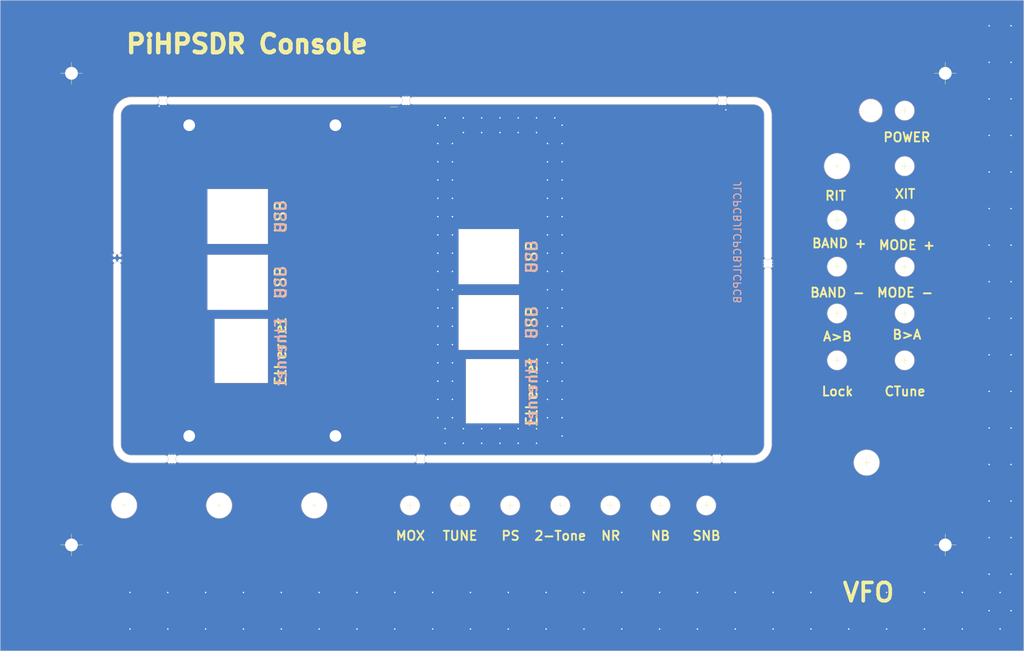
<source format=kicad_pcb>
(kicad_pcb (version 20221018) (generator pcbnew)
  (layers (0 "F.Cu" signal) (31 "B.Cu" signal) (34 "B.Paste" user) (35 "F.Paste" user) (36 "B.SilkS" user "B.Silkscreen") (37 "F.SilkS" user "F.Silkscreen") (38 "B.Mask" user) (39 "F.Mask" user) (44 "Edge.Cuts" user))
  (net 0 "")
  (net 1 "GND")
  (footprint "MountingHole:MountingHole_3.5mm_Pad" (layer "F.Cu") (at 277.8 38.8)
    (fp_text reference "H1" hide)
    (fp_text value "MountingHole_Pad")
    (pad "1" thru_hole circle (at 0 0) (size 7 7) (drill 3.5) (layers "*.Cu" "*.Mask") (net 1 "GND"))
  )
  (footprint "MountingHole:MountingHole_3.5mm_Pad" (layer "F.Cu") (at 38.8 167.8)
    (fp_text reference "H3" hide)
    (fp_text value "MountingHole_Pad")
    (pad "1" thru_hole circle (at 0 0) (size 7 7) (drill 3.5) (layers "*.Cu" "*.Mask") (net 1 "GND"))
  )
  (footprint "MountingHole:MountingHole_3.5mm_Pad" (layer "F.Cu") (at 277.8 167.8)
    (fp_text reference "H4" hide)
    (fp_text value "MountingHole_Pad")
    (pad "1" thru_hole circle (at 0 0) (size 7 7) (drill 3.5) (layers "*.Cu" "*.Mask") (net 1 "GND"))
  )
  (footprint "MountingHole:MountingHole_3.5mm_Pad" (layer "F.Cu") (at 38.8 38.8)
    (fp_text reference "H2" hide)
    (fp_text value "MountingHole_Pad")
    (pad "1" thru_hole circle (at 0 0) (size 7 7) (drill 3.5) (layers "*.Cu" "*.Mask") (net 1 "GND"))
  )
  (footprint "pihpsdr graphic:mouse-bite-2mm-slot" (layer "F.Cu") (at 63.8 46.3)
    (fp_text reference "mouse-bite-2mm-slot" hide)
    (fp_text value "VAL**" hide)
    (fp_arc (start -2 -1) (mid -1 0) (end -2 1) (stroke (width 0.15)) (layer "Edge.Cuts"))
    (fp_arc (start 2 1) (mid 1 0) (end 2 -1) (stroke (width 0.15)) (layer "Edge.Cuts"))
    (pad "" np_thru_hole circle (at -0.75 -0.75) (size 0.5 0.5) (drill 0.5) (layers "*.Cu" "*.Mask"))
    (pad "" np_thru_hole circle (at -0.75 0.75) (size 0.5 0.5) (drill 0.5) (layers "*.Cu" "*.Mask"))
    (pad "" np_thru_hole circle (at 0 -0.75) (size 0.5 0.5) (drill 0.5) (layers "*.Cu" "*.Mask"))
    (pad "" np_thru_hole circle (at 0 0.75) (size 0.5 0.5) (drill 0.5) (layers "*.Cu" "*.Mask"))
    (pad "" np_thru_hole circle (at 0.75 -0.75) (size 0.5 0.5) (drill 0.5) (layers "*.Cu" "*.Mask"))
    (pad "" np_thru_hole circle (at 0.75 0.75) (size 0.5 0.5) (drill 0.5) (layers "*.Cu" "*.Mask"))
  )
  (footprint "pihpsdr graphic:mouse-bite-2mm-slot" (layer "F.Cu") (at 216.8 46.3)
    (fp_text reference "mouse-bite-2mm-slot" hide)
    (fp_text value "VAL**" hide)
    (fp_arc (start -2 -1) (mid -1 0) (end -2 1) (stroke (width 0.15)) (layer "Edge.Cuts"))
    (fp_arc (start 2 1) (mid 1 0) (end 2 -1) (stroke (width 0.15)) (layer "Edge.Cuts"))
    (pad "" np_thru_hole circle (at -0.75 -0.75) (size 0.5 0.5) (drill 0.5) (layers "*.Cu" "*.Mask"))
    (pad "" np_thru_hole circle (at -0.75 0.75) (size 0.5 0.5) (drill 0.5) (layers "*.Cu" "*.Mask"))
    (pad "" np_thru_hole circle (at 0 -0.75) (size 0.5 0.5) (drill 0.5) (layers "*.Cu" "*.Mask"))
    (pad "" np_thru_hole circle (at 0 0.75) (size 0.5 0.5) (drill 0.5) (layers "*.Cu" "*.Mask"))
    (pad "" np_thru_hole circle (at 0.75 -0.75) (size 0.5 0.5) (drill 0.5) (layers "*.Cu" "*.Mask"))
    (pad "" np_thru_hole circle (at 0.75 0.75) (size 0.5 0.5) (drill 0.5) (layers "*.Cu" "*.Mask"))
  )
  (footprint "pihpsdr graphic:mouse-bite-2mm-slot" (layer "F.Cu") (at 130.3 46.3)
    (fp_text reference "mouse-bite-2mm-slot" hide)
    (fp_text value "VAL**" hide)
    (fp_arc (start -2 -1) (mid -1 0) (end -2 1) (stroke (width 0.15)) (layer "Edge.Cuts"))
    (fp_arc (start 2 1) (mid 1 0) (end 2 -1) (stroke (width 0.15)) (layer "Edge.Cuts"))
    (pad "" np_thru_hole circle (at -0.75 -0.75) (size 0.5 0.5) (drill 0.5) (layers "*.Cu" "*.Mask"))
    (pad "" np_thru_hole circle (at -0.75 0.75) (size 0.5 0.5) (drill 0.5) (layers "*.Cu" "*.Mask"))
    (pad "" np_thru_hole circle (at 0 -0.75) (size 0.5 0.5) (drill 0.5) (layers "*.Cu" "*.Mask"))
    (pad "" np_thru_hole circle (at 0 0.75) (size 0.5 0.5) (drill 0.5) (layers "*.Cu" "*.Mask"))
    (pad "" np_thru_hole circle (at 0.75 -0.75) (size 0.5 0.5) (drill 0.5) (layers "*.Cu" "*.Mask"))
    (pad "" np_thru_hole circle (at 0.75 0.75) (size 0.5 0.5) (drill 0.5) (layers "*.Cu" "*.Mask"))
  )
  (footprint "pihpsdr graphic:mouse-bite-2mm-slot" (layer "F.Cu") (at 134.3 144.3)
    (fp_text reference "mouse-bite-2mm-slot" hide)
    (fp_text value "VAL**" hide)
    (fp_arc (start -2 -1) (mid -1 0) (end -2 1) (stroke (width 0.15)) (layer "Edge.Cuts"))
    (fp_arc (start 2 1) (mid 1 0) (end 2 -1) (stroke (width 0.15)) (layer "Edge.Cuts"))
    (pad "" np_thru_hole circle (at -0.75 -0.75) (size 0.5 0.5) (drill 0.5) (layers "*.Cu" "*.Mask"))
    (pad "" np_thru_hole circle (at -0.75 0.75) (size 0.5 0.5) (drill 0.5) (layers "*.Cu" "*.Mask"))
    (pad "" np_thru_hole circle (at 0 -0.75) (size 0.5 0.5) (drill 0.5) (layers "*.Cu" "*.Mask"))
    (pad "" np_thru_hole circle (at 0 0.75) (size 0.5 0.5) (drill 0.5) (layers "*.Cu" "*.Mask"))
    (pad "" np_thru_hole circle (at 0.75 -0.75) (size 0.5 0.5) (drill 0.5) (layers "*.Cu" "*.Mask"))
    (pad "" np_thru_hole circle (at 0.75 0.75) (size 0.5 0.5) (drill 0.5) (layers "*.Cu" "*.Mask"))
  )
  (footprint "pihpsdr graphic:mouse-bite-2mm-slot" (layer "F.Cu") (at 66.3 144.3)
    (fp_text reference "mouse-bite-2mm-slot" hide)
    (fp_text value "VAL**" hide)
    (fp_arc (start -2 -1) (mid -1 0) (end -2 1) (stroke (width 0.15)) (layer "Edge.Cuts"))
    (fp_arc (start 2 1) (mid 1 0) (end 2 -1) (stroke (width 0.15)) (layer "Edge.Cuts"))
    (pad "" np_thru_hole circle (at -0.75 -0.75) (size 0.5 0.5) (drill 0.5) (layers "*.Cu" "*.Mask"))
    (pad "" np_thru_hole circle (at -0.75 0.75) (size 0.5 0.5) (drill 0.5) (layers "*.Cu" "*.Mask"))
    (pad "" np_thru_hole circle (at 0 -0.75) (size 0.5 0.5) (drill 0.5) (layers "*.Cu" "*.Mask"))
    (pad "" np_thru_hole circle (at 0 0.75) (size 0.5 0.5) (drill 0.5) (layers "*.Cu" "*.Mask"))
    (pad "" np_thru_hole circle (at 0.75 -0.75) (size 0.5 0.5) (drill 0.5) (layers "*.Cu" "*.Mask"))
    (pad "" np_thru_hole circle (at 0.75 0.75) (size 0.5 0.5) (drill 0.5) (layers "*.Cu" "*.Mask"))
  )
  (footprint "pihpsdr graphic:mouse-bite-2mm-slot" (layer "F.Cu") (at 215.3 144.3)
    (fp_text reference "mouse-bite-2mm-slot" hide)
    (fp_text value "VAL**" hide)
    (fp_arc (start -2 -1) (mid -1 0) (end -2 1) (stroke (width 0.15)) (layer "Edge.Cuts"))
    (fp_arc (start 2 1) (mid 1 0) (end 2 -1) (stroke (width 0.15)) (layer "Edge.Cuts"))
    (pad "" np_thru_hole circle (at -0.75 -0.75) (size 0.5 0.5) (drill 0.5) (layers "*.Cu" "*.Mask"))
    (pad "" np_thru_hole circle (at -0.75 0.75) (size 0.5 0.5) (drill 0.5) (layers "*.Cu" "*.Mask"))
    (pad "" np_thru_hole circle (at 0 -0.75) (size 0.5 0.5) (drill 0.5) (layers "*.Cu" "*.Mask"))
    (pad "" np_thru_hole circle (at 0 0.75) (size 0.5 0.5) (drill 0.5) (layers "*.Cu" "*.Mask"))
    (pad "" np_thru_hole circle (at 0.75 -0.75) (size 0.5 0.5) (drill 0.5) (layers "*.Cu" "*.Mask"))
    (pad "" np_thru_hole circle (at 0.75 0.75) (size 0.5 0.5) (drill 0.5) (layers "*.Cu" "*.Mask"))
  )
  (footprint "pihpsdr graphic:mouse-bite-2mm-slot" (layer "F.Cu") (at 229.3 90.8 90)
    (fp_text reference "mouse-bite-2mm-slot" hide)
    (fp_text value "VAL**" hide)
    (fp_arc (start -2 -1) (mid -1 0) (end -2 1) (stroke (width 0.15)) (layer "Edge.Cuts"))
    (fp_arc (start 2 1) (mid 1 0) (end 2 -1) (stroke (width 0.15)) (layer "Edge.Cuts"))
    (pad "" np_thru_hole circle (at -0.75 -0.75 90) (size 0.5 0.5) (drill 0.5) (layers "*.Cu" "*.Mask"))
    (pad "" np_thru_hole circle (at -0.75 0.75 90) (size 0.5 0.5) (drill 0.5) (layers "*.Cu" "*.Mask"))
    (pad "" np_thru_hole circle (at 0 -0.75 90) (size 0.5 0.5) (drill 0.5) (layers "*.Cu" "*.Mask"))
    (pad "" np_thru_hole circle (at 0 0.75 90) (size 0.5 0.5) (drill 0.5) (layers "*.Cu" "*.Mask"))
    (pad "" np_thru_hole circle (at 0.75 -0.75 90) (size 0.5 0.5) (drill 0.5) (layers "*.Cu" "*.Mask"))
    (pad "" np_thru_hole circle (at 0.75 0.75 90) (size 0.5 0.5) (drill 0.5) (layers "*.Cu" "*.Mask"))
  )
  (footprint "pihpsdr graphic:mouse-bite-2mm-slot" (layer "F.Cu") (at 51.3 89.3 90)
    (fp_text reference "mouse-bite-2mm-slot" hide)
    (fp_text value "VAL**" hide)
    (fp_arc (start -2 -1) (mid -1 0) (end -2 1) (stroke (width 0.15)) (layer "Edge.Cuts"))
    (fp_arc (start 2 1) (mid 1 0) (end 2 -1) (stroke (width 0.15)) (layer "Edge.Cuts"))
    (pad "" np_thru_hole circle (at -0.75 -0.75 90) (size 0.5 0.5) (drill 0.5) (layers "*.Cu" "*.Mask"))
    (pad "" np_thru_hole circle (at -0.75 0.75 90) (size 0.5 0.5) (drill 0.5) (layers "*.Cu" "*.Mask"))
    (pad "" np_thru_hole circle (at 0.75 -0.75 90) (size 0.5 0.5) (drill 0.5) (layers "*.Cu" "*.Mask"))
    (pad "" np_thru_hole circle (at 0.75 0.75 90) (size 0.5 0.5) (drill 0.5) (layers "*.Cu" "*.Mask"))
  )
  (footprint "MountingHole:MountingHole_3.2mm_M3_Pad" (layer "F.Cu") (at 71 53 90)
    (fp_text reference "H1" hide)
    (fp_text value "MountingHole_Pad")
    (pad "1" thru_hole circle (at 0 0 90) (size 6.4 6.4) (drill 3.2) (layers "*.Cu" "*.Mask") (net 1 "GND"))
  )
  (footprint "MountingHole:MountingHole_3.2mm_M3_Pad" (layer "F.Cu") (at 111 53 90)
    (fp_text reference "H2" hide)
    (fp_text value "MountingHole_Pad")
    (pad "1" thru_hole circle (at 0 0 90) (size 6.4 6.4) (drill 3.2) (layers "*.Cu" "*.Mask") (net 1 "GND"))
  )
  (footprint "MountingHole:MountingHole_3.2mm_M3_Pad" (layer "F.Cu") (at 111 138 90)
    (fp_text reference "H3" hide)
    (fp_text value "MountingHole_Pad")
    (pad "1" thru_hole circle (at 0 0 90) (size 6.4 6.4) (drill 3.2) (layers "*.Cu" "*.Mask") (net 1 "GND"))
  )
  (footprint "MountingHole:MountingHole_3.2mm_M3_Pad" (layer "F.Cu") (at 71 138 90)
    (fp_text reference "H4" hide)
    (fp_text value "MountingHole_Pad")
    (pad "1" thru_hole circle (at 0 0 90) (size 6.4 6.4) (drill 3.2) (layers "*.Cu" "*.Mask") (net 1 "GND"))
  )
  (gr_circle (center 257.43 49) (end 260.6 48.7) (stroke (width 0.12)) (fill none) (layer "B.SilkS"))
  (gr_line (start 41.8 167.8) (end 35.8 167.8) (stroke (width 0.12)) (layer "F.SilkS"))
  (gr_line (start 38.8 170.8) (end 38.8 164.8) (stroke (width 0.12)) (layer "F.SilkS"))
  (gr_line (start 38.8 41.8) (end 38.8 35.8) (stroke (width 0.12)) (layer "F.SilkS"))
  (gr_line (start 41.8 38.8) (end 35.8 38.8) (stroke (width 0.12)) (layer "F.SilkS"))
  (gr_line (start 266.7 48.1) (end 266.7 49.8) (stroke (width 0.12)) (layer "F.SilkS"))
  (gr_line (start 266.7 90.9) (end 266.7 92.5) (stroke (width 0.12)) (layer "F.SilkS"))
  (gr_line (start 265.9 117.3) (end 267.5 117.3) (stroke (width 0.12)) (layer "F.SilkS"))
  (gr_line (start 266.7 63.3) (end 266.7 65.1) (stroke (width 0.12)) (layer "F.SilkS"))
  (gr_line (start 187 157) (end 185.3 157) (stroke (width 0.12)) (layer "F.SilkS"))
  (gr_line (start 267.6 78.9) (end 265.8 78.9) (stroke (width 0.12)) (layer "F.SilkS"))
  (gr_line (start 277.8 41.8) (end 277.8 35.8) (stroke (width 0.12)) (layer "F.SilkS"))
  (gr_line (start 172.5 156.1) (end 172.5 157.8) (stroke (width 0.12)) (layer "F.SilkS"))
  (gr_line (start 173.4 157) (end 171.6 157) (stroke (width 0.12)) (layer "F.SilkS"))
  (gr_line (start 280.8 38.8) (end 274.8 38.8) (stroke (width 0.12)) (layer "F.SilkS"))
  (gr_line (start 104.7 157) (end 105.7 157) (stroke (width 0.12)) (layer "F.SilkS"))
  (gr_line (start 145.1 156.1) (end 145.1 157.8) (stroke (width 0.12)) (layer "F.SilkS"))
  (gr_line (start 248.2 78) (end 248.2 79.8) (stroke (width 0.12)) (layer "F.SilkS"))
  (gr_line (start 78.7 157) (end 79.7 157) (stroke (width 0.12)) (layer "F.SilkS"))
  (gr_line (start 146 157) (end 144.2 157) (stroke (width 0.12)) (layer "F.SilkS"))
  (gr_line (start 248.2 116.4) (end 248.2 118.1) (stroke (width 0.12)) (layer "F.SilkS"))
  (gr_line (start 52.7 157) (end 53.7 157) (stroke (width 0.12)) (layer "F.SilkS"))
  (gr_line (start 79.2 156.5) (end 79.2 157.5) (stroke (width 0.12)) (layer "F.SilkS"))
  (gr_line (start 265.9 104.5) (end 267.5 104.5) (stroke (width 0.12)) (layer "F.SilkS"))
  (gr_line (start 247.3 78.9) (end 249.1 78.9) (stroke (width 0.12)) (layer "F.SilkS"))
  (gr_line (start 248.2 90.8) (end 248.2 92.6) (stroke (width 0.12)) (layer "F.SilkS"))
  (gr_line (start 200.8 157) (end 199.1 157) (stroke (width 0.12)) (layer "F.SilkS"))
  (gr_line (start 257.3 145.3) (end 255.3 145.3) (stroke (width 0.12)) (layer "F.SilkS"))
  (gr_line (start 256.3 146.3) (end 256.3 143.8) (stroke (width 0.12)) (layer "F.SilkS"))
  (gr_line (start 247.7 64.2) (end 248.7 64.2) (stroke (width 0.12)) (layer "F.SilkS"))
  (gr_line (start 126 48) (end 128 48) (stroke (width 0.12)) (layer "F.SilkS"))
  (gr_line (start 53.2 156.5) (end 53.2 157.5) (stroke (width 0.12)) (layer "F.SilkS"))
  (gr_line (start 199.9 156.1) (end 199.9 157.9) (stroke (width 0.12)) (layer "F.SilkS"))
  (gr_line (start 266.7 78) (end 266.7 79.8) (stroke (width 0.12)) (layer "F.SilkS"))
  (gr_line (start 132.3 157) (end 130.5 157) (stroke (width 0.12)) (layer "F.SilkS"))
  (gr_line (start 265.8 49) (end 267.5 49) (stroke (width 0.12)) (layer "F.SilkS"))
  (gr_line (start 247.5 104.5) (end 248.9 104.5) (stroke (width 0.12)) (layer "F.SilkS"))
  (gr_line (start 186.2 156.1) (end 186.2 157.9) (stroke (width 0.12)) (layer "F.SilkS"))
  (gr_line (start 131.4 156.1) (end 131.4 157.9) (stroke (width 0.12)) (layer "F.SilkS"))
  (gr_line (start 105.2 156.5) (end 105.2 157.5) (stroke (width 0.12)) (layer "F.SilkS"))
  (gr_line (start 277.8 164.8) (end 277.8 170.8) (stroke (width 0.12)) (layer "F.SilkS"))
  (gr_line (start 267.6 64.2) (end 265.8 64.2) (stroke (width 0.12)) (layer "F.SilkS"))
  (gr_line (start 267.7 91.7) (end 265.7 91.7) (stroke (width 0.12)) (layer "F.SilkS"))
  (gr_line (start 266.7 116.5) (end 266.7 118.1) (stroke (width 0.12)) (layer "F.SilkS"))
  (gr_line (start 159.7 157) (end 157.9 157) (stroke (width 0.12)) (layer "F.SilkS"))
  (gr_line (start 274.8 167.8) (end 280.8 167.8) (stroke (width 0.12)) (layer "F.SilkS"))
  (gr_line (start 211.6 157) (end 213.2 157) (stroke (width 0.12)) (layer "F.SilkS"))
  (gr_line (start 248.2 103.6) (end 248.2 105.4) (stroke (width 0.12)) (layer "F.SilkS"))
  (gr_line (start 247.5 117.3) (end 248.9 117.3) (stroke (width 0.12)) (layer "F.SilkS"))
  (gr_line (start 266.7 105.3) (end 266.7 103.7) (stroke (width 0.12)) (layer "F.SilkS"))
  (gr_line (start 247.3 91.7) (end 249.1 91.7) (stroke (width 0.12)) (layer "F.SilkS"))
  (gr_line (start 158.8 156.1) (end 158.8 157.9) (stroke (width 0.12)) (layer "F.SilkS"))
  (gr_line (start 248.2 63.7) (end 248.2 64.7) (stroke (width 0.12)) (layer "F.SilkS"))
  (gr_line (start 212.4 157.8) (end 212.4 156.1) (stroke (width 0.12)) (layer "F.SilkS"))
  (gr_line (start 19.3 18.8) (end 19.3 196.8) (stroke (width 0.1)) (layer "Edge.Cuts"))
  (gr_line (start 218.8 45.3) (end 225.3 45.3) (stroke (width 0.15)) (layer "Edge.Cuts"))
  (gr_line (start 230.3 92.8) (end 230.3 140.3) (stroke (width 0.15)) (layer "Edge.Cuts"))
  (gr_line (start 50.3 87.3) (end 50.3 50.3) (stroke (width 0.15)) (layer "Edge.Cuts"))
  (gr_line (start 61.8 45.3) (end 55.3 45.3) (stroke (width 0.15)) (layer "Edge.Cuts"))
  (gr_arc (start 55.3 143.3) (mid 53.17868 142.42132) (end 52.3 140.3) (stroke (width 0.15)) (layer "Edge.Cuts"))
  (gr_arc (start 228.3 140.3) (mid 227.42132 142.42132) (end 225.3 143.3) (stroke (width 0.15)) (layer "Edge.Cuts"))
  (gr_arc (start 225.3 47.3) (mid 227.42132 48.17868) (end 228.3 50.3) (stroke (width 0.15)) (layer "Edge.Cuts"))
  (gr_line (start 64.3 143.3) (end 55.3 143.3) (stroke (width 0.15)) (layer "Edge.Cuts"))
  (gr_line (start 161.2 81.46) (end 161.2 96.46) (stroke (width 0.05)) (layer "Edge.Cuts"))
  (gr_line (start 161.2 117) (end 161.2 134.5) (stroke (width 0.05)) (layer "Edge.Cuts"))
  (gr_line (start 144.7 114.46) (end 144.7 99.46) (stroke (width 0.05)) (layer "Edge.Cuts"))
  (gr_line (start 161.2 114.46) (end 144.7 114.46) (stroke (width 0.05)) (layer "Edge.Cuts"))
  (gr_line (start 144.7 96.46) (end 144.7 81.46) (stroke (width 0.05)) (layer "Edge.Cuts"))
  (gr_line (start 161.2 134.5) (end 146.7 134.5) (stroke (width 0.05)) (layer "Edge.Cuts"))
  (gr_line (start 144.7 99.46) (end 161.2 99.46) (stroke (width 0.05)) (layer "Edge.Cuts"))
  (gr_line (start 161.2 99.46) (end 161.2 114.46) (stroke (width 0.05)) (layer "Edge.Cuts"))
  (gr_line (start 144.7 81.46) (end 161.2 81.46) (stroke (width 0.05)) (layer "Edge.Cuts"))
  (gr_line (start 146.7 134.5) (end 146.7 117) (stroke (width 0.05)) (layer "Edge.Cuts"))
  (gr_line (start 146.7 117) (end 161.2 117) (stroke (width 0.05)) (layer "Edge.Cuts"))
  (gr_line (start 161.2 96.46) (end 144.7 96.46) (stroke (width 0.05)) (layer "Edge.Cuts"))
  (gr_line (start 225.3 143.3) (end 217.3 143.3) (stroke (width 0.15)) (layer "Edge.Cuts"))
  (gr_line (start 76 88.46) (end 92.5 88.46) (stroke (width 0.05)) (layer "Edge.Cuts"))
  (gr_line (start 225.3 47.3) (end 218.8 47.3) (stroke (width 0.15)) (layer "Edge.Cuts"))
  (gr_line (start 76 103.46) (end 76 88.46) (stroke (width 0.05)) (layer "Edge.Cuts"))
  (gr_circle (center 266.7 64.2) (end 269.35 64.2) (stroke (width 0.12)) (fill none) (layer "Edge.Cuts"))
  (gr_line (start 132.3 45.3) (end 214.8 45.3) (stroke (width 0.15)) (layer "Edge.Cuts"))
  (gr_arc (start 52.3 50.3) (mid 53.17868 48.17868) (end 55.3 47.3) (stroke (width 0.15)) (layer "Edge.Cuts"))
  (gr_line (start 50.3 140.3) (end 50.3 91.3) (stroke (width 0.15)) (layer "Edge.Cuts"))
  (gr_arc (start 55.3 145.3) (mid 51.764466 143.835534) (end 50.3 140.3) (stroke (width 0.15)) (layer "Edge.Cuts"))
  (gr_circle (center 266.7 117.3) (end 269.35 117.3) (stroke (width 0.12)) (fill none) (layer "Edge.Cuts"))
  (gr_line (start 230.3 50.3) (end 230.3 88.8) (stroke (width 0.15)) (layer "Edge.Cuts"))
  (gr_circle (center 248.2 117.3) (end 250.85 117.3) (stroke (width 0.12)) (fill none) (layer "Edge.Cuts"))
  (gr_line (start 213.3 143.3) (end 136.3 143.3) (stroke (width 0.15)) (layer "Edge.Cuts"))
  (gr_arc (start 225.3 45.3) (mid 228.835534 46.764466) (end 230.3 50.3) (stroke (width 0.15)) (layer "Edge.Cuts"))
  (gr_circle (center 266.7 91.7) (end 269.35 91.7) (stroke (width 0.12)) (fill none) (layer "Edge.Cuts"))
  (gr_circle (center 266.7 104.5) (end 269.35 104.5) (stroke (width 0.12)) (fill none) (layer "Edge.Cuts"))
  (gr_line (start 92.5 123.5) (end 78 123.5) (stroke (width 0.05)) (layer "Edge.Cuts"))
  (gr_line (start 228.3 140.3) (end 228.3 92.8) (stroke (width 0.15)) (layer "Edge.Cuts"))
  (gr_circle (center 248.2 91.7) (end 250.85 91.7) (stroke (width 0.12)) (fill none) (layer "Edge.Cuts"))
  (gr_circle (center 131.4 157) (end 134.05 157) (stroke (width 0.12)) (fill none) (layer "Edge.Cuts"))
  (gr_circle (center 199.9 157) (end 202.55 157) (stroke (width 0.12)) (fill none) (layer "Edge.Cuts"))
  (gr_line (start 92.5 70.46) (end 92.5 85.46) (stroke (width 0.05)) (layer "Edge.Cuts"))
  (gr_line (start 68.3 145.3) (end 132.3 145.3) (stroke (width 0.15)) (layer "Edge.Cuts"))
  (gr_circle (center 79.2 157) (end 82.7 157) (stroke (width 0.12)) (fill none) (layer "Edge.Cuts"))
  (gr_arc (start 50.3 50.3) (mid 51.764466 46.764466) (end 55.3 45.3) (stroke (width 0.15)) (layer "Edge.Cuts"))
  (gr_line (start 92.5 106) (end 92.5 123.5) (stroke (width 0.05)) (layer "Edge.Cuts"))
  (gr_line (start 61.8 47.3) (end 55.3 47.3) (stroke (width 0.15)) (layer "Edge.Cuts"))
  (gr_circle (center 172.5 157) (end 175.15 157) (stroke (width 0.12)) (fill none) (layer "Edge.Cuts"))
  (gr_line (start 92.5 103.46) (end 76 103.46) (stroke (width 0.05)) (layer "Edge.Cuts"))
  (gr_circle (center 212.4 157) (end 215.05 157) (stroke (width 0.12)) (fill none) (layer "Edge.Cuts"))
  (gr_line (start 52.3 140.3) (end 52.3 91.3) (stroke (width 0.15)) (layer "Edge.Cuts"))
  (gr_line (start 78 123.5) (end 78 106) (stroke (width 0.05)) (layer "Edge.Cuts"))
  (gr_circle (center 248.2 104.5) (end 250.85 104.5) (stroke (width 0.12)) (fill none) (layer "Edge.Cuts"))
  (gr_line (start 76 70.46) (end 92.5 70.46) (stroke (width 0.05)) (layer "Edge.Cuts"))
  (gr_circle (center 248.2 78.9) (end 250.85 78.9) (stroke (width 0.12)) (fill none) (layer "Edge.Cuts"))
  (gr_circle (center 145.1 157) (end 147.75 157) (stroke (width 0.12)) (fill none) (layer "Edge.Cuts"))
  (gr_line (start 213.3 145.3) (end 136.3 145.3) (stroke (width 0.15)) (layer "Edge.Cuts"))
  (gr_line (start 228.3 50.3) (end 228.3 88.8) (stroke (width 0.15)) (layer "Edge.Cuts"))
  (gr_line (start 225.3 145.3) (end 217.3 145.3) (stroke (width 0.15)) (layer "Edge.Cuts"))
  (gr_line (start 299.3 18.8) (end 19.3 18.8) (stroke (width 0.1)) (layer "Edge.Cuts"))
  (gr_line (start 65.8 47.3) (end 128.3 47.3) (stroke (width 0.15)) (layer "Edge.Cuts"))
  (gr_circle (center 186.2 157) (end 188.85 157) (stroke (width 0.12)) (fill none) (layer "Edge.Cuts"))
  (gr_line (start 92.5 85.46) (end 76 85.46) (stroke (width 0.05)) (layer "Edge.Cuts"))
  (gr_line (start 76 85.46) (end 76 70.46) (stroke (width 0.05)) (layer "Edge.Cuts"))
  (gr_line (start 65.8 45.3) (end 128.3 45.3) (stroke (width 0.15)) (layer "Edge.Cuts"))
  (gr_arc (start 230.3 140.3) (mid 228.835534 143.835534) (end 225.3 145.3) (stroke (width 0.15)) (layer "Edge.Cuts"))
  (gr_circle (center 266.7 49) (end 269.35 49) (stroke (width 0.12)) (fill none) (layer "Edge.Cuts"))
  (gr_line (start 52.3 87.3) (end 52.3 50.3) (stroke (width 0.15)) (layer "Edge.Cuts"))
  (gr_line (start 132.3 47.3) (end 214.8 47.3) (stroke (width 0.15)) (layer "Edge.Cuts"))
  (gr_circle (center 256.3 145.3) (end 259.8 145.3) (stroke (width 0.12)) (fill none) (layer "Edge.Cuts"))
  (gr_line (start 55.3 145.3) (end 64.3 145.3) (stroke (width 0.15)) (layer "Edge.Cuts"))
  (gr_line (start 78 106) (end 92.5 106) (stroke (width 0.05)) (layer "Edge.Cuts"))
  (gr_circle (center 266.7 78.9) (end 269.35 78.9) (stroke (width 0.12)) (fill none) (layer "Edge.Cuts"))
  (gr_circle (center 158.8 157) (end 161.45 157) (stroke (width 0.12)) (fill none) (layer "Edge.Cuts"))
  (gr_circle (center 53.2 157) (end 56.7 157) (stroke (width 0.12)) (fill none) (layer "Edge.Cuts"))
  (gr_line (start 92.5 88.46) (end 92.5 103.46) (stroke (width 0.05)) (layer "Edge.Cuts"))
  (gr_circle (center 248.2 64.2) (end 251.7 64.2) (stroke (width 0.12)) (fill none) (layer "Edge.Cuts"))
  (gr_line (start 299.3 196.8) (end 299.3 18.8) (stroke (width 0.1)) (layer "Edge.Cuts"))
  (gr_circle (center 105.2 157) (end 108.7 157) (stroke (width 0.12)) (fill none) (layer "Edge.Cuts"))
  (gr_line (start 19.3 196.8) (end 299.3 196.8) (stroke (width 0.1)) (layer "Edge.Cuts"))
  (gr_line (start 132.3 143.3) (end 68.3 143.3) (stroke (width 0.15)) (layer "Edge.Cuts"))
  (gr_text "Ethernet" (at 164.7 126 90) (layer "B.SilkS") (effects (font (size 3 3) (thickness 0.5)) (justify mirror)))
  (gr_text "USB\n" (at 164.7 89 90) (layer "B.SilkS") (effects (font (size 3 3) (thickness 0.5)) (justify mirror)))
  (gr_text "USB\n" (at 164.7 107 90) (layer "B.SilkS") (effects (font (size 3 3) (thickness 0.5)) (justify mirror)))
  (gr_text "USB\n" (at 96.1 96 90) (layer "B.SilkS") (effects (font (size 3 3) (thickness 0.5)) (justify mirror)))
  (gr_text "USB\n" (at 96.1 78 90) (layer "B.SilkS") (effects (font (size 3 3) (thickness 0.5)) (justify mirror)))
  (gr_text "Ethernet" (at 96.1 115 90) (layer "B.SilkS") (effects (font (size 3 3) (thickness 0.5)) (justify mirror)))
  (gr_text "JLCPCBJLCPCBJLCPCB" (at 221 85 90) (layer "B.SilkS") (effects (font (size 2 2) (thickness 0.3)) (justify mirror)))
  (gr_text "POWER" (at 267.3 56.3) (layer "F.SilkS") (effects (font (size 2.5 2.5) (thickness 0.5))))
  (gr_text "PS\n" (at 158.9 165.3) (layer "F.SilkS") (effects (font (size 2.5 2.5) (thickness 0.5))))
  (gr_text "PiHPSDR Console" (at 86.8 30.8) (layer "F.SilkS") (effects (font (size 5 5) (thickness 1.2))))
  (gr_text "Ethernet" (at 164.7 126 90) (layer "F.SilkS") (effects (font (size 3 3) (thickness 0.5))))
  (gr_text "USB\n" (at 164.7 107 90) (layer "F.SilkS") (effects (font (size 3 3) (thickness 0.5))))
  (gr_text "USB\n" (at 164.7 89 90) (layer "F.SilkS") (effects (font (size 3 3) (thickness 0.5))))
  (gr_text "USB\n" (at 96 96 90) (layer "F.SilkS") (effects (font (size 3 3) (thickness 0.5))))
  (gr_text "BAND -" (at 248.3 98.8) (layer "F.SilkS") (effects (font (size 2.5 2.5) (thickness 0.5))))
  (gr_text "VFO\n" (at 256.8 180.8) (layer "F.SilkS") (effects (font (size 5 5) (thickness 1))))
  (gr_text "RIT" (at 247.8 72.3) (layer "F.SilkS") (effects (font (size 2.5 2.5) (thickness 0.5))))
  (gr_text "CTune" (at 266.8 125.8) (layer "F.SilkS") (effects (font (size 2.5 2.5) (thickness 0.5))))
  (gr_text "A>B" (at 248.3 110.8) (layer "F.SilkS") (effects (font (size 2.5 2.5) (thickness 0.5))))
  (gr_text "MODE -" (at 266.8 98.8) (layer "F.SilkS") (effects (font (size 2.5 2.5) (thickness 0.5))))
  (gr_text "SNB\n" (at 212.5 165.3) (layer "F.SilkS") (effects (font (size 2.5 2.5) (thickness 0.5))))
  (gr_text "Ethernet" (at 96 115 90) (layer "F.SilkS") (effects (font (size 3 3) (thickness 0.5))))
  (gr_text "BAND +" (at 248.8 85.3) (layer "F.SilkS") (effects (font (size 2.5 2.5) (thickness 0.5))))
  (gr_text "XIT" (at 266.8 71.8) (layer "F.SilkS") (effects (font (size 2.5 2.5) (thickness 0.5))))
  (gr_text "TUNE\n" (at 145.1 165.3) (layer "F.SilkS") (effects (font (size 2.5 2.5) (thickness 0.5))))
  (gr_text "NR\n" (at 186.3 165.3) (layer "F.SilkS") (effects (font (size 2.5 2.5) (thickness 0.5))))
  (gr_text "NB\n" (at 199.9 165.3) (layer "F.SilkS") (effects (font (size 2.5 2.5) (thickness 0.5))))
  (gr_text "MODE +" (at 267.3 85.8) (layer "F.SilkS") (effects (font (size 2.5 2.5) (thickness 0.5))))
  (gr_text "MOX" (at 131.5 165.3) (layer "F.SilkS") (effects (font (size 2.5 2.5) (thickness 0.5))))
  (gr_text "USB\n" (at 96 78 90) (layer "F.SilkS") (effects (font (size 3 3) (thickness 0.5))))
  (gr_text "B>A" (at 267.3 110.3) (layer "F.SilkS") (effects (font (size 2.5 2.5) (thickness 0.5))))
  (gr_text "Lock\n" (at 248.3 125.8) (layer "F.SilkS") (effects (font (size 2.5 2.5) (thickness 0.5))))
  (gr_text "2-Tone" (at 172.5 165.3) (layer "F.SilkS") (effects (font (size 2.5 2.5) (thickness 0.5))))
  (segment (start 171 53) (end 171 138) (width 0.25) (layer "F.Cu") (net 1))
  (segment (start 141 138) (end 111 138) (width 0.25) (layer "F.Cu") (net 1))
  (segment (start 141 53) (end 171 53) (width 0.25) (layer "F.Cu") (net 1))
  (segment (start 171 138) (end 141 138) (width 0.25) (layer "F.Cu") (net 1))
  (segment (start 111 53) (end 141 53) (width 0.25) (layer "F.Cu") (net 1))
  (segment (start 141 53) (end 141 133) (width 0.25) (layer "F.Cu") (net 1))
  (via (at 161 140) (size 0.8) (drill 0.4) (layers "F.Cu" "B.Cu") (net 1))
  (via (at 295.8 165.8) (size 0.8) (drill 0.4) (layers "F.Cu" "B.Cu") (net 1))
  (via (at 85.843478 190.8) (size 0.8) (drill 0.4) (layers "F.Cu" "B.Cu") (net 1))
  (via (at 189.321739 190.8) (size 0.8) (drill 0.4) (layers "F.Cu" "B.Cu") (net 1))
  (via (at 137.582608 180.8) (size 0.8) (drill 0.4) (layers "F.Cu" "B.Cu") (net 1))
  (via (at 106.53913 190.8) (size 0.8) (drill 0.4) (layers "F.Cu" "B.Cu") (net 1))
  (via (at 139 88) (size 0.8) (drill 0.4) (layers "F.Cu" "B.Cu") (net 1))
  (via (at 169 103) (size 0.8) (drill 0.4) (layers "F.Cu" "B.Cu") (net 1))
  (via (at 143 58) (size 0.8) (drill 0.4) (layers "F.Cu" "B.Cu") (net 1))
  (via (at 143 83) (size 0.8) (drill 0.4) (layers "F.Cu" "B.Cu") (net 1))
  (via (at 169 68) (size 0.8) (drill 0.4) (layers "F.Cu" "B.Cu") (net 1))
  (via (at 139 108) (size 0.8) (drill 0.4) (layers "F.Cu" "B.Cu") (net 1))
  (via (at 143 93) (size 0.8) (drill 0.4) (layers "F.Cu" "B.Cu") (net 1))
  (via (at 139 118) (size 0.8) (drill 0.4) (layers "F.Cu" "B.Cu") (net 1))
  (via (at 127.234782 190.8) (size 0.8) (drill 0.4) (layers "F.Cu" "B.Cu") (net 1))
  (via (at 289.8 45.8) (size 0.8) (drill 0.4) (layers "F.Cu" "B.Cu") (net 1))
  (via (at 289.8 125.8) (size 0.8) (drill 0.4) (layers "F.Cu" "B.Cu") (net 1))
  (via (at 173 53) (size 0.8) (drill 0.4) (layers "F.Cu" "B.Cu") (net 1))
  (via (at 289.8 155.8) (size 0.8) (drill 0.4) (layers "F.Cu" "B.Cu") (net 1))
  (via (at 241.060869 180.8) (size 0.8) (drill 0.4) (layers "F.Cu" "B.Cu") (net 1))
  (via (at 62.8 47.8) (size 0.8) (drill 0.4) (layers "F.Cu" "B.Cu") (net 1))
  (via (at 173 93) (size 0.8) (drill 0.4) (layers "F.Cu" "B.Cu") (net 1))
  (via (at 289.8 135.8) (size 0.8) (drill 0.4) (layers "F.Cu" "B.Cu") (net 1))
  (via (at 65.147826 180.8) (size 0.8) (drill 0.4) (layers "F.Cu" "B.Cu") (net 1))
  (via (at 139 73) (size 0.8) (drill 0.4) (layers "F.Cu" "B.Cu") (net 1))
  (via (at 173 68) (size 0.8) (drill 0.4) (layers "F.Cu" "B.Cu") (net 1))
  (via (at 54.8 180.8) (size 0.8) (drill 0.4) (layers "F.Cu" "B.Cu") (net 1))
  (via (at 173 83) (size 0.8) (drill 0.4) (layers "F.Cu" "B.Cu") (net 1))
  (via (at 161 55) (size 0.8) (drill 0.4) (layers "F.Cu" "B.Cu") (net 1))
  (via (at 251.408695 180.8) (size 0.8) (drill 0.4) (layers "F.Cu" "B.Cu") (net 1))
  (via (at 289.8 105.8) (size 0.8) (drill 0.4) (layers "F.Cu" "B.Cu") (net 1))
  (via (at 189.321739 180.8) (size 0.8) (drill 0.4) (layers "F.Cu" "B.Cu") (net 1))
  (via (at 116.886956 190.8) (size 0.8) (drill 0.4) (layers "F.Cu" "B.Cu") (net 1))
  (via (at 168.626086 180.8) (size 0.8) (drill 0.4) (layers "F.Cu" "B.Cu") (net 1))
  (via (at 199.669565 180.8) (size 0.8) (drill 0.4) (layers "F.Cu" "B.Cu") (net 1))
  (via (at 85.843478 180.8) (size 0.8) (drill 0.4) (layers "F.Cu" "B.Cu") (net 1))
  (via (at 143 113) (size 0.8) (drill 0.4) (layers "F.Cu" "B.Cu") (net 1))
  (via (at 146 51) (size 0.8) (drill 0.4) (layers "F.Cu" "B.Cu") (net 1))
  (via (at 143 128) (size 0.8) (drill 0.4) (layers "F.Cu" "B.Cu") (net 1))
  (via (at 295.8 185.8) (size 0.8) (drill 0.4) (layers "F.Cu" "B.Cu") (net 1))
  (via (at 143 78) (size 0.8) (drill 0.4) (layers "F.Cu" "B.Cu") (net 1))
  (via (at 151 55) (size 0.8) (drill 0.4) (layers "F.Cu" "B.Cu") (net 1))
  (via (at 295.8 95.8) (size 0.8) (drill 0.4) (layers "F.Cu" "B.Cu") (net 1))
  (via (at 161 51) (size 0.8) (drill 0.4) (layers "F.Cu" "B.Cu") (net 1))
  (via (at 295.8 65.8) (size 0.8) (drill 0.4) (layers "F.Cu" "B.Cu") (net 1))
  (via (at 289.8 95.8) (size 0.8) (drill 0.4) (layers "F.Cu" "B.Cu") (net 1))
  (via (at 158.27826 180.8) (size 0.8) (drill 0.4) (layers "F.Cu" "B.Cu") (net 1))
  (via (at 173 133) (size 0.8) (drill 0.4) (layers "F.Cu" "B.Cu") (net 1))
  (via (at 166 51) (size 0.8) (drill 0.4) (layers "F.Cu" "B.Cu") (net 1))
  (via (at 295.8 55.8) (size 0.8) (drill 0.4) (layers "F.Cu" "B.Cu") (net 1))
  (via (at 166 55) (size 0.8) (drill 0.4) (layers "F.Cu" "B.Cu") (net 1))
  (via (at 169 58) (size 0.8) (drill 0.4) (layers "F.Cu" "B.Cu") (net 1))
  (via (at 289.8 25.8) (size 0.8) (drill 0.4) (layers "F.Cu" "B.Cu") (net 1))
  (via (at 295.8 35.8) (size 0.8) (drill 0.4) (layers "F.Cu" "B.Cu") (net 1))
  (via (at 289.8 35.8) (size 0.8) (drill 0.4) (layers "F.Cu" "B.Cu") (net 1))
  (via (at 289.8 115.8) (size 0.8) (drill 0.4) (layers "F.Cu" "B.Cu") (net 1))
  (via (at 173 118) (size 0.8) (drill 0.4) (layers "F.Cu" "B.Cu") (net 1))
  (via (at 141 136) (size 0.8) (drill 0.4) (layers "F.Cu" "B.Cu") (net 1))
  (via (at 173 73) (size 0.8) (drill 0.4) (layers "F.Cu" "B.Cu") (net 1))
  (via (at 169 63) (size 0.8) (drill 0.4) (layers "F.Cu" "B.Cu") (net 1))
  (via (at 199.669565 190.8) (size 0.8) (drill 0.4) (layers "F.Cu" "B.Cu") (net 1))
  (via (at 146 136) (size 0.8) (drill 0.4) (layers "F.Cu" "B.Cu") (net 1))
  (via (at 295.8 135.8) (size 0.8) (drill 0.4) (layers "F.Cu" "B.Cu") (net 1))
  (via (at 151 51) (size 0.8) (drill 0.4) (layers "F.Cu" "B.Cu") (net 1))
  (via (at 220.365217 190.8) (size 0.8) (drill 0.4) (layers "F.Cu" "B.Cu") (net 1))
  (via (at 230.713043 190.8) (size 0.8) (drill 0.4) (layers "F.Cu" "B.Cu") (net 1))
  (via (at 289.8 55.8) (size 0.8) (drill 0.4) (layers "F.Cu" "B.Cu") (net 1))
  (via (at 169 108) (size 0.8) (drill 0.4) (layers "F.Cu" "B.Cu") (net 1))
  (via (at 169 123) (size 0.8) (drill 0.4) (layers "F.Cu" "B.Cu") (net 1))
  (via (at 282.452173 190.8) (size 0.8) (drill 0.4) (layers "F.Cu" "B.Cu") (net 1))
  (via (at 166 136) (size 0.8) (drill 0.4) (layers "F.Cu" "B.Cu") (net 1))
  (via (at 139 58) (size 0.8) (drill 0.4) (layers "F.Cu" "B.Cu") (net 1))
  (via (at 137.582608 190.8) (size 0.8) (drill 0.4) (layers "F.Cu" "B.Cu") (net 1))
  (via (at 141 140) (size 0.8) (drill 0.4) (layers "F.Cu" "B.Cu") (net 1))
  (via (at 75.495652 180.8) (size 0.8) (drill 0.4) (layers "F.Cu" "B.Cu") (net 1))
  (via (at 143 98) (size 0.8) (drill 0.4) (layers "F.Cu" "B.Cu") (net 1))
  (via (at 65.147826 190.8) (size 0.8) (drill 0.4) (layers "F.Cu" "B.Cu") (net 1))
  (via (at 151 140) (size 0.8) (drill 0.4) (layers "F.Cu" "B.Cu") (net 1))
  (via (at 151 136) (size 0.8) (drill 0.4) (layers "F.Cu" "B.Cu") (net 1))
  (via (at 173 138) (size 0.8) (drill 0.4) (layers "F.Cu" "B.Cu") (net 1))
  (via (at 295.8 105.8) (size 0.8) (drill 0.4) (layers "F.Cu" "B.Cu") (net 1))
  (via (at 161 136) (size 0.8) (drill 0.4) (layers "F.Cu" "B.Cu") (net 1))
  (via (at 292.8 180.8) (size 0.8) (drill 0.4) (layers "F.Cu" "B.Cu") (net 1))
  (via (at 143 68) (size 0.8) (drill 0.4) (layers "F.Cu" "B.Cu") (net 1))
  (via (at 173 113) (size 0.8) (drill 0.4) (layers "F.Cu" "B.Cu") (net 1))
  (via (at 251.408695 190.8) (size 0.8) (drill 0.4) (layers "F.Cu" "B.Cu") (net 1))
  (via (at 169 78) (size 0.8) (drill 0.4) (layers "F.Cu" "B.Cu") (net 1))
  (via (at 75.495652 190.8) (size 0.8) (drill 0.4) (layers "F.Cu" "B.Cu") (net 1))
  (via (at 168.626086 190.8) (size 0.8) (drill 0.4) (layers "F.Cu" "B.Cu") (net 1))
  (via (at 173 78) (size 0.8) (drill 0.4) (layers "F.Cu" "B.Cu") (net 1))
  (via (at 289.8 75.8) (size 0.8) (drill 0.4) (layers "F.Cu" "B.Cu") (net 1))
  (via (at 143 118) (size 0.8) (drill 0.4) (layers "F.Cu" "B.Cu") (net 1))
  (via (at 289.8 165.8) (size 0.8) (drill 0.4) (layers "F.Cu" "B.Cu") (net 1))
  (via (at 261.756521 180.8) (size 0.8) (drill 0.4) (layers "F.Cu" "B.Cu") (net 1))
  (via (at 143 103) (size 0.8) (drill 0.4) (layers "F.Cu" "B.Cu") (net 1))
  (via (at 295.8 125.8) (size 0.8) (drill 0.4) (layers "F.Cu" "B.Cu") (net 1))
  (via (at 54.8 190.8) (size 0.8) (drill 0.4) (layers "F.Cu" "B.Cu") (net 1))
  (via (at 173 98) (size 0.8) (drill 0.4) (layers "F.Cu" "B.Cu") (net 1))
  (via (at 146 140) (size 0.8) (drill 0.4) (layers "F.Cu" "B.Cu") (net 1))
  (via (at 147.930434 190.8) (size 0.8) (drill 0.4) (layers "F.Cu" "B.Cu") (net 1))
  (via (at 173 108) (size 0.8) (drill 0.4) (layers "F.Cu" "B.Cu") (net 1))
  (via (at 143 108) (size 0.8) (drill 0.4) (layers "F.Cu" "B.Cu") (net 1))
  (via (at 139 68) (size 0.8) (drill 0.4) (layers "F.Cu" "B.Cu") (net 1))
  (via (at 139 83) (size 0.8) (drill 0.4) (layers "F.Cu" "B.Cu") (net 1))
  (via (at 272.104347 190.8) (size 0.8) (drill 0.4) (layers "F.Cu" "B.Cu") (net 1))
  (via (at 220.365217 180.8) (size 0.8) (drill 0.4) (layers "F.Cu" "B.Cu") (net 1))
  (via (at 139 78) (size 0.8) (drill 0.4) (layers "F.Cu" "B.Cu") (net 1))
  (via (at 139 133) (size 0.8) (drill 0.4) (layers "F.Cu" "B.Cu") (net 1))
  (via (at 295.8 155.8) (size 0.8) (drill 0.4) (layers "F.Cu" "B.Cu") (net 1))
  (via (at 156 55) (size 0.8) (drill 0.4) (layers "F.Cu" "B.Cu") (net 1))
  (via (at 173 123) (size 0.8) (drill 0.4) (layers "F.Cu" "B.Cu") (net 1))
  (via (at 139 53) (size 0.8) (drill 0.4) (layers "F.Cu" "B.Cu") (net 1))
  (via (at 295.8 45.8) (size 0.8) (drill 0.4) (layers "F.Cu" "B.Cu") (net 1))
  (via (at 173 103) (size 0.8) (drill 0.4) (layers "F.Cu" "B.Cu") (net 1))
  (via (at 289.8 145.8) (size 0.8) (drill 0.4) (layers "F.Cu" "B.Cu") (net 1))
  (via (at 143 88) (size 0.8) (drill 0.4) (layers "F.Cu" "B.Cu") (net 1))
  (via (at 173 58) (size 0.8) (drill 0.4) (layers "F.Cu" "B.Cu") (net 1))
  (via (at 127.234782 180.8) (size 0.8) (drill 0.4) (layers "F.Cu" "B.Cu") (net 1))
  (via (at 169 88) (size 0.8) (drill 0.4) (layers "F.Cu" "B.Cu") (net 1))
  (via (at 261.756521 190.8) (size 0.8) (drill 0.4) (layers "F.Cu" "B.Cu") (net 1))
  (via (at 116.886956 180.8) (size 0.8) (drill 0.4) (layers "F.Cu" "B.Cu") (net 1))
  (via (at 289.8 65.8) (size 0.8) (drill 0.4) (layers "F.Cu" "B.Cu") (net 1))
  (via (at 171 51) (size 0.8) (drill 0.4) (layers "F.Cu" "B.Cu") (net 1))
  (via (at 139 123) (size 0.8) (drill 0.4) (layers "F.Cu" "B.Cu") (net 1))
  (via (at 143 63) (size 0.8) (drill 0.4) (layers "F.Cu" "B.Cu") (net 1))
  (via (at 139 93) (size 0.8) (drill 0.4) (layers "F.Cu" "B.Cu") (net 1))
  (via (at 173 128) (size 0.8) (drill 0.4) (layers "F.Cu" "B.Cu") (net 1))
  (via (at 139 63) (size 0.8) (drill 0.4) (layers "F.Cu" "B.Cu") (net 1))
  (via (at 173 63) (size 0.8) (drill 0.4) (layers "F.Cu" "B.Cu") (net 1))
  (via (at 139 98) (size 0.8) (drill 0.4) (layers "F.Cu" "B.Cu") (net 1))
  (via (at 139 103) (size 0.8) (drill 0.4) (layers "F.Cu" "B.Cu") (net 1))
  (via (at 141 51) (size 0.8) (drill 0.4) (layers "F.Cu" "B.Cu") (net 1))
  (via (at 289.8 185.8) (size 0.8) (drill 0.4) (layers "F.Cu" "B.Cu") (net 1))
  (via (at 173 88) (size 0.8) (drill 0.4) (layers "F.Cu" "B.Cu") (net 1))
  (via (at 169 93) (size 0.8) (drill 0.4) (layers "F.Cu" "B.Cu") (net 1))
  (via (at 169 118) (size 0.8) (drill 0.4) (layers "F.Cu" "B.Cu") (net 1))
  (via (at 210.017391 180.8) (size 0.8) (drill 0.4) (layers "F.Cu" "B.Cu") (net 1))
  (via (at 217.8 48.8) (size 0.8) (drill 0.4) (layers "F.Cu" "B.Cu") (net 1))
  (via (at 295.8 25.8) (size 0.8) (drill 0.4) (layers "F.Cu" "B.Cu") (net 1))
  (via (at 241.060869 190.8) (size 0.8) (drill 0.4) (layers "F.Cu" "B.Cu") (net 1))
  (via (at 169 113) (size 0.8) (drill 0.4) (layers "F.Cu" "B.Cu") (net 1))
  (via (at 169 83) (size 0.8) (drill 0.4) (layers "F.Cu" "B.Cu") (net 1))
  (via (at 295.8 145.8) (size 0.8) (drill 0.4) (layers "F.Cu" "B.Cu") (net 1))
  (via (at 272.104347 180.8) (size 0.8) (drill 0.4) (layers "F.Cu" "B.Cu") (net 1))
  (via (at 295.8 115.8) (size 0.8) (drill 0.4) (layers "F.Cu" "B.Cu") (net 1))
  (via (at 169 98) (size 0.8) (drill 0.4) (layers "F.Cu" "B.Cu") (net 1))
  (via (at 147.930434 180.8) (size 0.8) (drill 0.4) (layers "F.Cu" "B.Cu") (net 1))
  (via (at 178.973913 180.8) (size 0.8) (drill 0.4) (layers "F.Cu" "B.Cu") (net 1))
  (via (at 143 73) (size 0.8) (drill 0.4) (layers "F.Cu" "B.Cu") (net 1))
  (via (at 292.8 190.8) (size 0.8) (drill 0.4) (layers "F.Cu" "B.Cu") (net 1))
  (via (at 146 55) (size 0.8) (drill 0.4) (layers "F.Cu" "B.Cu") (net 1))
  (via (at 156 140) (size 0.8) (drill 0.4) (layers "F.Cu" "B.Cu") (net 1))
  (via (at 169 133) (size 0.8) (drill 0.4) (layers "F.Cu" "B.Cu") (net 1))
  (via (at 143 123) (size 0.8) (drill 0.4) (layers "F.Cu" "B.Cu") (net 1))
  (via (at 166 140) (size 0.8) (drill 0.4) (layers "F.Cu" "B.Cu") (net 1))
  (via (at 156 51) (size 0.8) (drill 0.4) (layers "F.Cu" "B.Cu") (net 1))
  (via (at 139 128) (size 0.8) (drill 0.4) (layers "F.Cu" "B.Cu") (net 1))
  (via (at 156 136) (size 0.8) (drill 0.4) (layers "F.Cu" "B.Cu") (net 1))
  (via (at 295.8 75.8) (size 0.8) (drill 0.4) (layers "F.Cu" "B.Cu") (net 1))
  (via (at 96.191304 180.8) (size 0.8) (drill 0.4) (layers "F.Cu" "B.Cu") (net 1))
  (via (at 106.53913 180.8) (size 0.8) (drill 0.4) (layers "F.Cu" "B.Cu") (net 1))
  (via (at 295.8 85.8) (size 0.8) (drill 0.4) (layers "F.Cu" "B.Cu") (net 1))
  (via (at 158.27826 190.8) (size 0.8) (drill 0.4) (layers "F.Cu" "B.Cu") (net 1))
  (via (at 210.017391 190.8) (size 0.8) (drill 0.4) (layers "F.Cu" "B.Cu") (net 1))
  (via (at 143 133) (size 0.8) (drill 0.4) (layers "F.Cu" "B.Cu") (net 1))
  (via (at 169 128) (size 0.8) (drill 0.4) (layers "F.Cu" "B.Cu") (net 1))
  (via (at 289.8 175.8) (size 0.8) (drill 0.4) (layers "F.Cu" "B.Cu") (net 1))
  (via (at 289.8 85.8) (size 0.8) (drill 0.4) (layers "F.Cu" "B.Cu") (net 1))
  (via (at 169 73) (size 0.8) (drill 0.4) (layers "F.Cu" "B.Cu") (net 1))
  (via (at 295.8 175.8) (size 0.8) (drill 0.4) (layers "F.Cu" "B.Cu") (net 1))
  (via (at 96.191304 190.8) (size 0.8) (drill 0.4) (layers "F.Cu" "B.Cu") (net 1))
  (via (at 178.973913 190.8) (size 0.8) (drill 0.4) (layers "F.Cu" "B.Cu") (net 1))
  (via (at 139 113) (size 0.8) (drill 0.4) (layers "F.Cu" "B.Cu") (net 1))
  (via (at 230.713043 180.8) (size 0.8) (drill 0.4) (layers "F.Cu" "B.Cu") (net 1))
  (via (at 282.452173 180.8) (size 0.8) (drill 0.4) (layers "F.Cu" "B.Cu") (net 1))
  (segment (start 38.8 38.8) (end 43.749747 38.8) (width 0.25) (layer "B.Cu") (net 1))
  (segment (start 277.8 38.8) (end 291.8 24.8) (width 0.25) (layer "B.Cu") (net 1))
  (segment (start 43.749747 38.8) (end 49 44.050253) (width 0.25) (layer "B.Cu") (net 1))
  (segment (start 49 88) (end 50.474999 89.474999) (width 0.25) (layer "B.Cu") (net 1))
  (segment (start 49 44.050253) (end 49 88) (width 0.25) (layer "B.Cu") (net 1))
  (segment (start 71 85) (end 71 53) (width 0.25) (layer "B.Cu") (net 1))
  (segment (start 292.8 25.8) (end 292.8 185.8) (width 0.25) (layer "B.Cu") (net 1))
  (segment (start 38.8 38.8) (end 38.8 40.3) (width 0.25) (layer "B.Cu") (net 1))
  (segment (start 50.474999 89.474999) (end 66.525001 89.474999) (width 0.25) (layer "B.Cu") (net 1))
  (segment (start 66.525001 89.474999) (end 71 85) (width 0.25) (layer "B.Cu") (net 1))
  (segment (start 41.502687 37.708069) (end 41.462933 37.614413) (width 0.25) (layer "B.Cu") (net 1))
  (segment (start 38.8 38.8) (end 40.410756 38.8) (width 0.25) (layer "B.Cu") (net 1))
  (segment (start 292.8 185.8) (end 54.8 185.8) (width 0.25) (layer "B.Cu") (net 1))
  (segment (start 40.410756 38.8) (end 41.502687 37.708069) (width 0.25) (layer "B.Cu") (net 1))
  (segment (start 291.8 24.8) (end 292.8 25.8) (width 0.25) (layer "B.Cu") (net 1))
  (zone (net 1) (net_name "GND") (layer "F.Cu") (connect_pads (clearance 0.508)) (min_thickness 0.254) (fill yes (thermal_gap 0.508) (thermal_bridge_width 0.508))
    (polygon (pts (xy 225 47) (xy 225 143) (xy 55 143) (xy 55 47)))
  )
  (zone (net 1) (net_name "GND") (layer "F.Cu") (connect_pads (clearance 0.3)) (min_thickness 0.254) (fill yes (thermal_gap 0.508) (thermal_bridge_width 0.508))
    (polygon (pts (xy 299.3 196.8) (xy 19.3 196.8) (xy 19.3 18.8) (xy 299.3 18.8)))
  )
  (zone (net 0) (net_name "") (layer "F.Cu") (connect_pads (clearance 0)) (min_thickness 0.254)
    (keepout (tracks not_allowed) (vias not_allowed) (pads allowed) (copperpour not_allowed) (footprints allowed))
    (fill (thermal_gap 0.508) (thermal_bridge_width 0.508))
    (polygon (pts (xy 258.1 45.9) (xy 258.7 46.1) (xy 259.4 46.5) (xy 259.9 47) (xy 260.3 47.5) (xy 260.6 48.4) (xy 260.6 49.2) (xy 260.4 50.1) (xy 260.1 50.7) (xy 259.6 51.3) (xy 259.1 51.7) (xy 258.4 52) (xy 257.8 52.2) (xy 256.9 52.1) (xy 256.2 51.9) (xy 255.7 51.7) (xy 255.1 51.2) (xy 254.7 50.6) (xy 254.4 49.9) (xy 254.2 49) (xy 254.3 48.4) (xy 254.5 47.7) (xy 254.8 47.2) (xy 255.2 46.7) (xy 255.9 46.2) (xy 256.6 45.8) (xy 257.4 45.8)))
  )
  (zone (net 1) (net_name "GND") (layer "B.Cu") (connect_pads (clearance 0.508)) (min_thickness 0.254) (fill yes (thermal_gap 0.508) (thermal_bridge_width 0.508))
    (polygon (pts (xy 225 47) (xy 225 143) (xy 55 143) (xy 55 47)))
  )
  (zone (net 1) (net_name "GND") (layer "B.Cu") (connect_pads yes (clearance 0.3)) (min_thickness 0.254) (fill yes (thermal_gap 0.508) (thermal_bridge_width 0.508))
    (polygon (pts (xy 299.3 196.8) (xy 19.3 196.8) (xy 19.3 18.8) (xy 299.3 18.8)))
  )
  (zone (net 0) (net_name "") (layer "B.Cu") (connect_pads (clearance 0)) (min_thickness 0.254)
    (keepout (tracks not_allowed) (vias not_allowed) (pads allowed) (copperpour not_allowed) (footprints allowed))
    (fill (thermal_gap 0.508) (thermal_bridge_width 0.508))
    (polygon (pts (xy 258 45.9) (xy 258.7 46.1) (xy 259.3 46.4) (xy 259.7 46.8) (xy 260.2 47.4) (xy 260.5 48.1) (xy 260.6 48.9) (xy 260.5 49.8) (xy 260.3 50.4) (xy 259.9 51) (xy 259.4 51.5) (xy 258.7 51.9) (xy 258 52.1) (xy 257.2 52.2) (xy 256.5 52.1) (xy 255.9 51.8) (xy 255.2 51.3) (xy 254.7 50.7) (xy 254.4 50) (xy 254.2 48.9) (xy 254.3 48.1) (xy 254.6 47.5) (xy 255.1 46.9) (xy 255.6 46.4) (xy 256.4 46) (xy 257.1 45.8)))
  )
)
</source>
